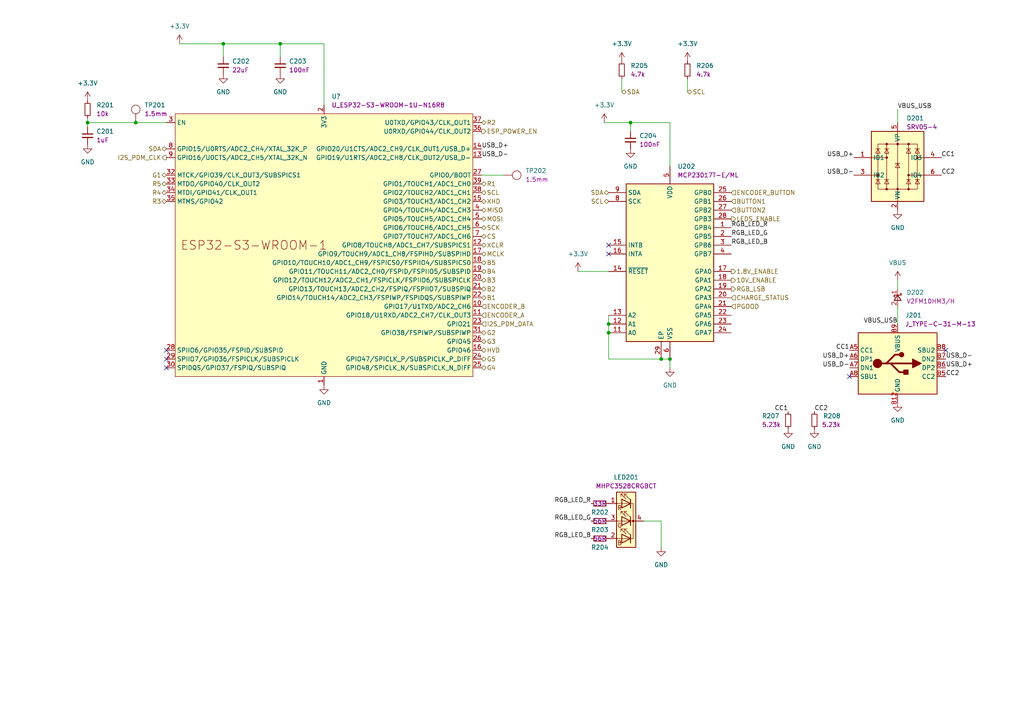
<source format=kicad_sch>
(kicad_sch (version 20230121) (generator eeschema)
  (paper "A4")
  (lib_symbols
    (symbol ".mounted-lib:C_0402_100nF_50V_X7R_10%" (pin_numbers hide)
      (property "Reference" "C?" (at 1.905 0 0))
      (property "DisplayValue" "100nF" (at 1.905 1.905 0))
      (symbol "C_0402_100nF_50V_X7R_10%_0_1"
        (polyline (pts (xy -1.524 -0.508) (xy 1.524 -0.508)) (stroke (width 0.3302)))
        (polyline (pts (xy -1.524 0.508) (xy 1.524 0.508)) (stroke (width 0.3048)))
      )
      (symbol "C_0402_100nF_50V_X7R_10%_1_1"
        (pin passive line (at 0 2.54 270) (length 2.032) (name "~") (number "1"))
        (pin passive line (at 0 -2.54 90) (length 2.032) (name "~") (number "2"))
      )
    )
    (symbol ".mounted-lib:C_0402_1uF_10V_X7R_10%" (pin_numbers hide)
      (property "Reference" "C?" (at 1.905 0 0))
      (property "DisplayValue" "1uF" (at 1.905 1.905 0))
      (symbol "C_0402_1uF_10V_X7R_10%_0_1"
        (polyline (pts (xy -1.524 -0.508) (xy 1.524 -0.508)) (stroke (width 0.3302)))
        (polyline (pts (xy -1.524 0.508) (xy 1.524 0.508)) (stroke (width 0.3048)))
      )
      (symbol "C_0402_1uF_10V_X7R_10%_1_1"
        (pin passive line (at 0 2.54 270) (length 2.032) (name "~") (number "1"))
        (pin passive line (at 0 -2.54 90) (length 2.032) (name "~") (number "2"))
      )
    )
    (symbol ".mounted-lib:C_0805_22uF_10V_XR7_20%" (pin_numbers hide)
      (property "Reference" "C?" (at 1.905 0 0))
      (property "DisplayValue" "22uF" (at 1.905 1.905 0))
      (symbol "C_0805_22uF_10V_XR7_20%_0_1"
        (polyline (pts (xy -1.524 -0.508) (xy 1.524 -0.508)) (stroke (width 0.3302)))
        (polyline (pts (xy -1.524 0.508) (xy 1.524 0.508)) (stroke (width 0.3048)))
      )
      (symbol "C_0805_22uF_10V_XR7_20%_1_1"
        (pin passive line (at 0 2.54 270) (length 2.032) (name "~") (number "1"))
        (pin passive line (at 0 -2.54 90) (length 2.032) (name "~") (number "2"))
      )
    )
    (symbol ".mounted-lib:J_TYPE-C-31-M-13"
      (property "Reference" "J?" (at -11.43 12.7 0))
      (property "DisplayValue" "J_TYPE-C-31-M-13" (at -11.43 10.16 0))
      (symbol "J_TYPE-C-31-M-13_0_1"
        (rectangle (start -11.43 8.89) (end 11.43 -8.89) (stroke (width 0.254)) (fill (type background)))
        (circle (center -5.842 0) (radius 1.27) (fill (type outline)))
        (polyline (pts (xy -5.842 0) (xy 4.318 0)) (stroke (width 0.508)))
        (polyline (pts (xy -3.302 0) (xy -0.762 2.54) (xy 0.508 2.54)) (stroke (width 0.508)))
        (polyline (pts (xy -2.032 0) (xy 0.508 -2.54) (xy 1.778 -2.54)) (stroke (width 0.508)))
        (polyline (pts (xy 4.318 1.27) (xy 6.858 0) (xy 4.318 -1.27) (xy 4.318 1.27)) (stroke (width 0.254)) (fill (type outline)))
        (circle (center 1.143 2.54) (radius 0.635) (stroke (width 0.254)) (fill (type outline)))
        (rectangle (start 1.778 -1.905) (end 3.048 -3.175) (stroke (width 0.254)) (fill (type outline)))
      )
      (symbol "J_TYPE-C-31-M-13_1_1"
        (pin passive line (at 0 -11.43 90) (length 2.54) hide (name "GND") (number "A1"))
        (pin passive line (at 0 -11.43 90) (length 2.54) hide (name "GND") (number "A12"))
        (pin passive line (at 0 11.43 270) (length 2.54) hide (name "VBUS") (number "A4"))
        (pin passive line (at -13.97 3.81 0) (length 2.54) (name "CC1") (number "A5"))
        (pin passive line (at -13.97 1.27 0) (length 2.54) (name "DP1") (number "A6"))
        (pin passive line (at -13.97 -1.27 0) (length 2.54) (name "DN1") (number "A7"))
        (pin passive line (at -13.97 -3.81 0) (length 2.54) (name "SBU1") (number "A8"))
        (pin passive line (at 0 11.43 270) (length 2.54) hide (name "VBUS") (number "A9"))
        (pin passive line (at 0 -11.43 90) (length 2.54) hide (name "GND") (number "B1"))
        (pin passive line (at 0 -11.43 90) (length 2.54) (name "GND") (number "B12"))
        (pin passive line (at 0 11.43 270) (length 2.54) hide (name "VBUS") (number "B4"))
        (pin passive line (at 13.97 -3.81 180) (length 2.54) (name "CC2") (number "B5"))
        (pin passive line (at 13.97 -1.27 180) (length 2.54) (name "DP2") (number "B6"))
        (pin passive line (at 13.97 1.27 180) (length 2.54) (name "DN2") (number "B7"))
        (pin passive line (at 13.97 3.81 180) (length 2.54) (name "SBU2") (number "B8"))
        (pin passive line (at 0 11.43 270) (length 2.54) (name "VBUS") (number "B9"))
        (pin passive line (at 0 -11.43 90) (length 2.54) hide (name "GND") (number "GND"))
      )
    )
    (symbol ".mounted-lib:LED_MHPC3528CRGBCT" (pin_names hide)
      (property "Reference" "LED?" (at -5.08 14.605 0))
      (property "DisplayValue" "MHPC3528CRGBCT" (at -5.08 10.795 0))
      (symbol "LED_MHPC3528CRGBCT_0_0"
        (text "B" (at 1.905 -6.35 0) (effects (font (size 1.27 1.27))))
        (text "G" (at 1.905 -1.27 0) (effects (font (size 1.27 1.27))))
        (text "R" (at 1.905 3.81 0) (effects (font (size 1.27 1.27))))
      )
      (symbol "LED_MHPC3528CRGBCT_0_1"
        (circle (center -2.032 0) (radius 0.254) (fill (type outline)))
        (polyline (pts (xy -1.27 -5.08) (xy 1.27 -5.08)))
        (polyline (pts (xy -1.27 -3.81) (xy -1.27 -6.35)) (stroke (width 0.254)))
        (polyline (pts (xy -1.27 0) (xy -2.54 0)))
        (polyline (pts (xy -1.27 1.27) (xy -1.27 -1.27)) (stroke (width 0.254)))
        (polyline (pts (xy -1.27 5.08) (xy 1.27 5.08)))
        (polyline (pts (xy -1.27 6.35) (xy -1.27 3.81)) (stroke (width 0.254)))
        (polyline (pts (xy 1.27 -5.08) (xy 2.54 -5.08)))
        (polyline (pts (xy 1.27 0) (xy -1.27 0)))
        (polyline (pts (xy 1.27 0) (xy 2.54 0)))
        (polyline (pts (xy 1.27 5.08) (xy 2.54 5.08)))
        (polyline (pts (xy -1.27 1.27) (xy -1.27 -1.27) (xy -1.27 -1.27)))
        (polyline (pts (xy -1.27 6.35) (xy -1.27 3.81) (xy -1.27 3.81)))
        (polyline (pts (xy -1.27 5.08) (xy -2.032 5.08) (xy -2.032 -5.08) (xy -1.016 -5.08)))
        (polyline (pts (xy 1.27 -3.81) (xy 1.27 -6.35) (xy -1.27 -5.08) (xy 1.27 -3.81)) (stroke (width 0.254)))
        (polyline (pts (xy 1.27 1.27) (xy 1.27 -1.27) (xy -1.27 0) (xy 1.27 1.27)) (stroke (width 0.254)))
        (polyline (pts (xy 1.27 6.35) (xy 1.27 3.81) (xy -1.27 5.08) (xy 1.27 6.35)) (stroke (width 0.254)))
        (polyline (pts (xy -1.016 -3.81) (xy 0.508 -2.286) (xy -0.254 -2.286) (xy 0.508 -2.286) (xy 0.508 -3.048)))
        (polyline (pts (xy -1.016 1.27) (xy 0.508 2.794) (xy -0.254 2.794) (xy 0.508 2.794) (xy 0.508 2.032)))
        (polyline (pts (xy -1.016 6.35) (xy 0.508 7.874) (xy -0.254 7.874) (xy 0.508 7.874) (xy 0.508 7.112)))
        (polyline (pts (xy 0 -3.81) (xy 1.524 -2.286) (xy 0.762 -2.286) (xy 1.524 -2.286) (xy 1.524 -3.048)))
        (polyline (pts (xy 0 1.27) (xy 1.524 2.794) (xy 0.762 2.794) (xy 1.524 2.794) (xy 1.524 2.032)))
        (polyline (pts (xy 0 6.35) (xy 1.524 7.874) (xy 0.762 7.874) (xy 1.524 7.874) (xy 1.524 7.112)))
        (rectangle (start 1.27 -1.27) (end 1.27 1.27))
        (rectangle (start 1.27 1.27) (end 1.27 1.27))
        (rectangle (start 1.27 3.81) (end 1.27 6.35))
        (rectangle (start 1.27 6.35) (end 1.27 6.35))
        (rectangle (start 1.27 6.35) (end 1.27 6.35))
        (rectangle (start 2.794 8.382) (end -2.794 -7.62) (stroke (width 0.254)) (fill (type background)))
      )
      (symbol "LED_MHPC3528CRGBCT_1_1"
        (pin passive line (at 5.08 5.08 180) (length 2.54) (name "RA") (number "1"))
        (pin passive line (at 5.08 -5.08 180) (length 2.54) (name "GA") (number "2"))
        (pin passive line (at 5.08 0 180) (length 2.54) (name "BA") (number "3"))
        (pin passive line (at -5.08 0 0) (length 2.54) (name "K") (number "4"))
      )
    )
    (symbol ".mounted-lib:R_0402_10k_1%_0.06W" (pin_numbers hide)
      (property "Reference" "R?" (at 1.27 0 0))
      (property "DisplayValue" "10k" (at 1.27 1.905 0))
      (symbol "R_0402_10k_1%_0.06W_0_1"
        (rectangle (start -0.762 1.778) (end 0.762 -1.778) (stroke (width 0.2032)))
      )
      (symbol "R_0402_10k_1%_0.06W_1_1"
        (pin passive line (at 0 2.54 270) (length 0.762) (name "~") (number "1"))
        (pin passive line (at 0 -2.54 90) (length 0.762) (name "~") (number "2"))
      )
    )
    (symbol ".mounted-lib:R_0402_33R_1%_0.06W" (pin_numbers hide)
      (property "Reference" "R?" (at 1.27 0 0))
      (property "DisplayValue" "33R" (at 1.27 1.905 0))
      (symbol "R_0402_33R_1%_0.06W_0_1"
        (rectangle (start -0.762 1.778) (end 0.762 -1.778) (stroke (width 0.2032)))
      )
      (symbol "R_0402_33R_1%_0.06W_1_1"
        (pin passive line (at 0 2.54 270) (length 0.762) (name "~") (number "1"))
        (pin passive line (at 0 -2.54 90) (length 0.762) (name "~") (number "2"))
      )
    )
    (symbol ".mounted-lib:R_0402_4.7k_1%_0.06W" (pin_numbers hide)
      (property "Reference" "R?" (at 1.27 0 0))
      (property "DisplayValue" "4.7k" (at 1.27 1.905 0))
      (symbol "R_0402_4.7k_1%_0.06W_0_1"
        (rectangle (start -0.762 1.778) (end 0.762 -1.778) (stroke (width 0.2032)))
      )
      (symbol "R_0402_4.7k_1%_0.06W_1_1"
        (pin passive line (at 0 2.54 270) (length 0.762) (name "~") (number "1"))
        (pin passive line (at 0 -2.54 90) (length 0.762) (name "~") (number "2"))
      )
    )
    (symbol ".mounted-lib:R_0402_5.23k_1%_0.06W" (pin_numbers hide)
      (property "Reference" "R?" (at 1.27 0 0))
      (property "DisplayValue" "5.23k" (at 1.27 1.905 0))
      (symbol "R_0402_5.23k_1%_0.06W_0_1"
        (rectangle (start -0.762 1.778) (end 0.762 -1.778) (stroke (width 0.2032)))
      )
      (symbol "R_0402_5.23k_1%_0.06W_1_1"
        (pin passive line (at 0 2.54 270) (length 0.762) (name "~") (number "1"))
        (pin passive line (at 0 -2.54 90) (length 0.762) (name "~") (number "2"))
      )
    )
    (symbol ".mounted-lib:TESTPOINT_1.5MM" (in_bom no)
      (property "Reference" "TP" (at 0 2.54 0))
      (property "DisplayValue" "1.5mm" (at 0 -2.54 0))
      (symbol "TESTPOINT_1.5MM_0_1"
        (circle (center 0 0) (radius 1.27))
      )
      (symbol "TESTPOINT_1.5MM_1_1"
        (pin passive line (at 3.81 0 180) (length 2.54) (name "~") (number "1"))
      )
    )
    (symbol ".mounted-lib:U_ESP32-S3-WROOM-1U-N16R8"
      (property "Reference" "U1" (at 2.1941 43.18 0))
      (property "DisplayValue" "U_ESP32-S3-WROOM-1U-N16R8" (at 2.1941 40.64 0))
      (symbol "U_ESP32-S3-WROOM-1U-N16R8_0_0"
        (text "ESP32-S3-WROOM-1" (at -20.32 0 0) (effects (font (size 2.54 2.54))))
        (pin power_in line (at 0 -40.64 90) (length 2.54) (name "GND") (number "1"))
        (pin bidirectional line (at 45.72 -17.78 180) (length 2.54) (name "GPIO17/U1TXD/ADC2_CH6") (number "10"))
        (pin bidirectional line (at 45.72 -20.32 180) (length 2.54) (name "GPIO18/U1RXD/ADC2_CH7/CLK_OUT3") (number "11"))
        (pin bidirectional line (at 45.72 0 180) (length 2.54) (name "GPIO8/TOUCH8/ADC1_CH7/SUBSPICS1") (number "12"))
        (pin bidirectional line (at 45.72 25.4 180) (length 2.54) (name "GPIO19/U1RTS/ADC2_CH8/CLK_OUT2/USB_D-") (number "13"))
        (pin bidirectional line (at 45.72 27.94 180) (length 2.54) (name "GPIO20/U1CTS/ADC2_CH9/CLK_OUT1/USB_D+") (number "14"))
        (pin bidirectional line (at 45.72 12.7 180) (length 2.54) (name "GPIO3/TOUCH3/ADC1_CH2") (number "15"))
        (pin bidirectional line (at 45.72 -30.48 180) (length 2.54) (name "GPIO46") (number "16"))
        (pin bidirectional line (at 45.72 -2.54 180) (length 2.54) (name "GPIO9/TOUCH9/ADC1_CH8/FSPIHD/SUBSPIHD") (number "17"))
        (pin bidirectional line (at 45.72 -5.08 180) (length 2.54) (name "GPIO10/TOUCH10/ADC1_CH9/FSPICS0/FSPIIO4/SUBSPICS0") (number "18"))
        (pin bidirectional line (at 45.72 -7.62 180) (length 2.54) (name "GPIO11/TOUCH11/ADC2_CH0/FSPID/FSPIIO5/SUBSPID") (number "19"))
        (pin power_in line (at 0 40.64 270) (length 2.54) (name "3V3") (number "2"))
        (pin bidirectional line (at 45.72 -10.16 180) (length 2.54) (name "GPIO12/TOUCH12/ADC2_CH1/FSPICLK/FSPIIO6/SUBSPICLK") (number "20"))
        (pin bidirectional line (at 45.72 -12.7 180) (length 2.54) (name "GPIO13/TOUCH13/ADC2_CH2/FSPIQ/FSPIIO7/SUBSPIQ") (number "21"))
        (pin bidirectional line (at 45.72 -15.24 180) (length 2.54) (name "GPIO14/TOUCH14/ADC2_CH3/FSPIWP/FSPIDQS/SUBSPIWP") (number "22"))
        (pin bidirectional line (at 45.72 -22.86 180) (length 2.54) (name "GPIO21") (number "23"))
        (pin bidirectional line (at 45.72 -33.02 180) (length 2.54) (name "GPIO47/SPICLK_P/SUBSPICLK_P_DIFF") (number "24"))
        (pin bidirectional line (at 45.72 -35.56 180) (length 2.54) (name "GPIO48/SPICLK_N/SUBSPICLK_N_DIFF") (number "25"))
        (pin bidirectional line (at 45.72 -27.94 180) (length 2.54) (name "GPIO45") (number "26"))
        (pin bidirectional line (at 45.72 20.32 180) (length 2.54) (name "GPIO0/BOOT") (number "27"))
        (pin bidirectional line (at -45.72 -30.48 0) (length 2.54) (name "SPIIO6/GPIO35/FSPID/SUBSPID") (number "28"))
        (pin bidirectional line (at -45.72 -33.02 0) (length 2.54) (name "SPIIO7/GPIO36/FSPICLK/SUBSPICLK") (number "29"))
        (pin input line (at -45.72 35.56 0) (length 2.54) (name "EN") (number "3"))
        (pin bidirectional line (at -45.72 -35.56 0) (length 2.54) (name "SPIDQS/GPIO37/FSPIQ/SUBSPIQ") (number "30"))
        (pin bidirectional line (at 45.72 -25.4 180) (length 2.54) (name "GPIO38/FSPIWP/SUBSPIWP") (number "31"))
        (pin bidirectional line (at -45.72 20.32 0) (length 2.54) (name "MTCK/GPIO39/CLK_OUT3/SUBSPICS1") (number "32"))
        (pin bidirectional line (at -45.72 17.78 0) (length 2.54) (name "MTDO/GPIO40/CLK_OUT2") (number "33"))
        (pin bidirectional line (at -45.72 15.24 0) (length 2.54) (name "MTDI/GPIO41/CLK_OUT1") (number "34"))
        (pin bidirectional line (at -45.72 12.7 0) (length 2.54) (name "MTMS/GPIO42") (number "35"))
        (pin bidirectional line (at 45.72 33.02 180) (length 2.54) (name "U0RXD/GPIO44/CLK_OUT2") (number "36"))
        (pin bidirectional line (at 45.72 35.56 180) (length 2.54) (name "U0TXD/GPIO43/CLK_OUT1") (number "37"))
        (pin bidirectional line (at 45.72 15.24 180) (length 2.54) (name "GPIO2/TOUCH2/ADC1_CH1") (number "38"))
        (pin bidirectional line (at 45.72 17.78 180) (length 2.54) (name "GPIO1/TOUCH1/ADC1_CH0") (number "39"))
        (pin bidirectional line (at 45.72 10.16 180) (length 2.54) (name "GPIO4/TOUCH4/ADC1_CH3") (number "4"))
        (pin passive line (at 0 -40.64 90) (length 2.54) hide (name "GND") (number "40"))
        (pin passive line (at 0 -40.64 90) (length 2.54) hide (name "GND") (number "41"))
        (pin bidirectional line (at 45.72 7.62 180) (length 2.54) (name "GPIO5/TOUCH5/ADC1_CH4") (number "5"))
        (pin bidirectional line (at 45.72 5.08 180) (length 2.54) (name "GPIO6/TOUCH6/ADC1_CH5") (number "6"))
        (pin bidirectional line (at 45.72 2.54 180) (length 2.54) (name "GPIO7/TOUCH7/ADC1_CH6") (number "7"))
        (pin bidirectional line (at -45.72 27.94 0) (length 2.54) (name "GPIO15/U0RTS/ADC2_CH4/XTAL_32K_P") (number "8"))
        (pin bidirectional line (at -45.72 25.4 0) (length 2.54) (name "GPIO16/U0CTS/ADC2_CH5/XTAL_32K_N") (number "9"))
      )
      (symbol "U_ESP32-S3-WROOM-1U-N16R8_0_1"
        (rectangle (start -43.18 38.1) (end 43.18 -38.1) (fill (type background)))
      )
    )
    (symbol ".mounted-lib:U_MCP23017T-E/ML"
      (property "Reference" "U?" (at 3.81 24.13 0))
      (property "DisplayValue" "MCP23017T-E/ML" (at 3.81 21.59 0))
      (symbol "U_MCP23017T-E/ML_0_1"
        (rectangle (start -12.7 20.32) (end 12.7 -25.4) (stroke (width 0.254)) (fill (type background)))
      )
      (symbol "U_MCP23017T-E/ML_1_1"
        (pin bidirectional line (at 17.78 7.62 180) (length 5.08) (name "GPB4") (number "1"))
        (pin no_connect line (at -17.78 10.16 0) (length 5.08) hide (name "NC") (number "10"))
        (pin input line (at -17.78 -22.86 0) (length 5.08) (name "A0") (number "11"))
        (pin input line (at -17.78 -20.32 0) (length 5.08) (name "A1") (number "12"))
        (pin input line (at -17.78 -17.78 0) (length 5.08) (name "A2") (number "13"))
        (pin input line (at -17.78 -5.08 0) (length 5.08) (name "~{RESET}") (number "14"))
        (pin tri_state line (at -17.78 2.54 0) (length 5.08) (name "INTB") (number "15"))
        (pin tri_state line (at -17.78 0 0) (length 5.08) (name "INTA") (number "16"))
        (pin bidirectional line (at 17.78 -5.08 180) (length 5.08) (name "GPA0") (number "17"))
        (pin bidirectional line (at 17.78 -7.62 180) (length 5.08) (name "GPA1") (number "18"))
        (pin bidirectional line (at 17.78 -10.16 180) (length 5.08) (name "GPA2") (number "19"))
        (pin bidirectional line (at 17.78 5.08 180) (length 5.08) (name "GPB5") (number "2"))
        (pin bidirectional line (at 17.78 -12.7 180) (length 5.08) (name "GPA3") (number "20"))
        (pin bidirectional line (at 17.78 -15.24 180) (length 5.08) (name "GPA4") (number "21"))
        (pin bidirectional line (at 17.78 -17.78 180) (length 5.08) (name "GPA5") (number "22"))
        (pin bidirectional line (at 17.78 -20.32 180) (length 5.08) (name "GPA6") (number "23"))
        (pin bidirectional line (at 17.78 -22.86 180) (length 5.08) (name "GPA7") (number "24"))
        (pin bidirectional line (at 17.78 17.78 180) (length 5.08) (name "GPB0") (number "25"))
        (pin bidirectional line (at 17.78 15.24 180) (length 5.08) (name "GPB1") (number "26"))
        (pin bidirectional line (at 17.78 12.7 180) (length 5.08) (name "GPB2") (number "27"))
        (pin bidirectional line (at 17.78 10.16 180) (length 5.08) (name "GPB3") (number "28"))
        (pin passive line (at -2.54 -30.48 90) (length 5.08) (name "EP") (number "29"))
        (pin bidirectional line (at 17.78 2.54 180) (length 5.08) (name "GPB6") (number "3"))
        (pin bidirectional line (at 17.78 0 180) (length 5.08) (name "GPB7") (number "4"))
        (pin power_in line (at 0 25.4 270) (length 5.08) (name "VDD") (number "5"))
        (pin power_in line (at 0 -30.48 90) (length 5.08) (name "VSS") (number "6"))
        (pin no_connect line (at -17.78 12.7 0) (length 5.08) hide (name "NC") (number "7"))
        (pin input line (at -17.78 15.24 0) (length 5.08) (name "SCK") (number "8"))
        (pin bidirectional line (at -17.78 17.78 0) (length 5.08) (name "SDA") (number "9"))
      )
    )
    (symbol "D_SRV05-4_1"
      (property "Reference" "D?" (at 1.27 6.35 0))
      (property "DisplayValue" "SRV05-4" (at 10.16 -7.62 0))
      (symbol "D_SRV05-4_1_0_0"
        (rectangle (start -5.715 6.477) (end 5.715 -6.604))
        (polyline (pts (xy -3.175 -6.604) (xy -3.175 6.477)))
        (polyline (pts (xy 3.175 6.477) (xy 3.175 -6.604)))
      )
      (symbol "D_SRV05-4_1_0_1"
        (rectangle (start -7.62 10.16) (end 7.62 -10.16) (stroke (width 0.254)) (fill (type background)))
        (circle (center -5.715 -2.54) (radius 0.2794) (fill (type outline)))
        (circle (center -3.175 -6.604) (radius 0.2794) (fill (type outline)))
        (circle (center -3.175 2.54) (radius 0.2794) (fill (type outline)))
        (circle (center -3.175 6.477) (radius 0.2794) (fill (type outline)))
        (circle (center 0 -6.604) (radius 0.2794) (fill (type outline)))
        (polyline (pts (xy -7.747 2.54) (xy -3.175 2.54)))
        (polyline (pts (xy -7.62 -2.54) (xy -5.715 -2.54)))
        (polyline (pts (xy -5.08 -3.81) (xy -6.35 -3.81)))
        (polyline (pts (xy -5.08 5.08) (xy -6.35 5.08)))
        (polyline (pts (xy -2.54 -3.81) (xy -3.81 -3.81)))
        (polyline (pts (xy -2.54 5.08) (xy -3.81 5.08)))
        (polyline (pts (xy 0 10.16) (xy 0 -10.16)))
        (polyline (pts (xy 3.81 -3.81) (xy 2.54 -3.81)))
        (polyline (pts (xy 3.81 5.08) (xy 2.54 5.08)))
        (polyline (pts (xy 6.35 -3.81) (xy 5.08 -3.81)))
        (polyline (pts (xy 6.35 5.08) (xy 5.08 5.08)))
        (polyline (pts (xy 7.62 -2.54) (xy 3.175 -2.54)))
        (polyline (pts (xy 7.62 2.54) (xy 5.715 2.54)))
        (polyline (pts (xy 0.635 0.889) (xy -0.635 0.889) (xy -0.635 0.635)))
        (polyline (pts (xy -5.08 -5.08) (xy -6.35 -5.08) (xy -5.715 -3.81) (xy -5.08 -5.08)))
        (polyline (pts (xy -5.08 3.81) (xy -6.35 3.81) (xy -5.715 5.08) (xy -5.08 3.81)))
        (polyline (pts (xy -2.54 -5.08) (xy -3.81 -5.08) (xy -3.175 -3.81) (xy -2.54 -5.08)))
        (polyline (pts (xy -2.54 3.81) (xy -3.81 3.81) (xy -3.175 5.08) (xy -2.54 3.81)))
        (polyline (pts (xy 0.635 -0.381) (xy -0.635 -0.381) (xy 0 0.889) (xy 0.635 -0.381)))
        (polyline (pts (xy 3.81 -5.08) (xy 2.54 -5.08) (xy 3.175 -3.81) (xy 3.81 -5.08)))
        (polyline (pts (xy 3.81 3.81) (xy 2.54 3.81) (xy 3.175 5.08) (xy 3.81 3.81)))
        (polyline (pts (xy 6.35 -5.08) (xy 5.08 -5.08) (xy 5.715 -3.81) (xy 6.35 -5.08)))
        (polyline (pts (xy 6.35 3.81) (xy 5.08 3.81) (xy 5.715 5.08) (xy 6.35 3.81)))
        (circle (center 0 6.477) (radius 0.2794) (fill (type outline)))
        (circle (center 3.175 -6.604) (radius 0.2794) (fill (type outline)))
        (circle (center 3.175 -2.54) (radius 0.2794) (fill (type outline)))
        (circle (center 3.175 6.477) (radius 0.2794) (fill (type outline)))
        (circle (center 5.715 2.54) (radius 0.2794) (fill (type outline)))
      )
      (symbol "D_SRV05-4_1_1_1"
        (pin passive line (at -12.7 2.54 0) (length 5.08) (name "IO1") (number "1"))
        (pin passive line (at 0 -12.7 90) (length 2.54) (name "VN") (number "2"))
        (pin passive line (at -12.7 -2.54 0) (length 5.08) (name "IO2") (number "3"))
        (pin passive line (at 12.7 2.54 180) (length 5.08) (name "IO3") (number "4"))
        (pin passive line (at 0 12.7 270) (length 2.54) (name "VP") (number "5"))
        (pin passive line (at 12.7 -2.54 180) (length 5.08) (name "IO4") (number "6"))
      )
    )
    (symbol "D_V2FM10HM3{slash}H_1" (pin_names hide)
      (property "Reference" "D?" (at 0 2.54 0))
      (property "DisplayValue" "V2FM10HM3/H" (at 0 -2.54 0))
      (symbol "D_V2FM10HM3{slash}H_1_0_1"
        (polyline (pts (xy -0.762 0) (xy 0.762 0)))
        (polyline (pts (xy 0.762 -1.016) (xy -0.762 0) (xy 0.762 1.016) (xy 0.762 -1.016)) (stroke (width 0.254)))
        (polyline (pts (xy -1.27 0.762) (xy -1.27 1.016) (xy -0.762 1.016) (xy -0.762 -1.016) (xy -0.254 -1.016) (xy -0.254 -0.762)) (stroke (width 0.254)))
      )
      (symbol "D_V2FM10HM3{slash}H_1_1_1"
        (pin passive line (at -2.54 0 0) (length 1.778) (name "K") (number "1"))
        (pin passive line (at 2.54 0 180) (length 1.778) (name "A") (number "2"))
      )
    )
    (symbol "R_0402_56R_1%_0.06W_1" (pin_numbers hide)
      (property "Reference" "R?" (at 1.27 0 0))
      (property "DisplayValue" "56R" (at 1.27 1.905 0))
      (symbol "R_0402_56R_1%_0.06W_1_0_1"
        (rectangle (start -0.762 1.778) (end 0.762 -1.778) (stroke (width 0.2032)))
      )
      (symbol "R_0402_56R_1%_0.06W_1_1_1"
        (pin passive line (at 0 2.54 270) (length 0.762) (name "~") (number "1"))
        (pin passive line (at 0 -2.54 90) (length 0.762) (name "~") (number "2"))
      )
    )
    (symbol "power:+3.3V" (power) (pin_names (offset 0))
      (property "Value" "+3.3V" (at 0 3.556 0))
      (symbol "+3.3V_0_1"
        (polyline (pts (xy -0.762 1.27) (xy 0 2.54)))
        (polyline (pts (xy 0 0) (xy 0 2.54)))
        (polyline (pts (xy 0 2.54) (xy 0.762 1.27)))
      )
      (symbol "+3.3V_1_1"
        (pin power_in line (at 0 0 90) (length 0) hide (name "+3.3V") (number "1"))
      )
    )
    (symbol "power:GND" (power) (pin_names (offset 0))
      (property "Value" "GND" (at 0 -3.81 0))
      (symbol "GND_0_1"
        (polyline (pts (xy 0 0) (xy 0 -1.27) (xy 1.27 -1.27) (xy 0 -2.54) (xy -1.27 -1.27) (xy 0 -1.27)))
      )
      (symbol "GND_1_1"
        (pin power_in line (at 0 0 270) (length 0) hide (name "GND") (number "1"))
      )
    )
    (symbol "power:VBUS" (power) (pin_names (offset 0))
      (property "Value" "VBUS" (at 0 3.81 0))
      (symbol "VBUS_0_1"
        (polyline (pts (xy -0.762 1.27) (xy 0 2.54)))
        (polyline (pts (xy 0 0) (xy 0 2.54)))
        (polyline (pts (xy 0 2.54) (xy 0.762 1.27)))
      )
      (symbol "VBUS_1_1"
        (pin power_in line (at 0 0 90) (length 0) hide (name "VBUS") (number "1"))
      )
    )
  )
  (junction (at 182.88 35.56))
  (junction (at 194.31 104.14))
  (junction (at 176.53 93.98))
  (junction (at 81.28 12.7))
  (junction (at 191.77 104.14))
  (junction (at 25.4 35.56))
  (junction (at 39.37 35.56))
  (junction (at 176.53 96.52))
  (junction (at 64.77 12.7))
  (no_connect (at 246.38 109.22))
  (no_connect (at 48.26 101.6))
  (no_connect (at 48.26 106.68))
  (no_connect (at 176.53 71.12))
  (no_connect (at 274.32 101.6))
  (no_connect (at 176.53 73.66))
  (no_connect (at 48.26 104.14))
  (wire (pts (xy 25.4 35.56) (xy 39.37 35.56)))
  (wire (pts (xy 260.35 88.9) (xy 260.35 93.98)))
  (wire (pts (xy 194.31 35.56) (xy 194.31 48.26)))
  (wire (pts (xy 93.98 12.7) (xy 93.98 30.48)))
  (wire (pts (xy 146.05 50.8) (xy 139.7 50.8)))
  (wire (pts (xy 186.69 151.13) (xy 191.77 151.13)))
  (wire (pts (xy 176.53 93.98) (xy 176.53 91.44)))
  (wire (pts (xy 199.39 26.67) (xy 199.39 22.86)))
  (wire (pts (xy 167.64 78.74) (xy 176.53 78.74)))
  (wire (pts (xy 81.28 16.51) (xy 81.28 12.7)))
  (wire (pts (xy 260.35 31.75) (xy 260.35 35.56)))
  (wire (pts (xy 25.4 35.56) (xy 25.4 36.83)))
  (wire (pts (xy 260.35 81.28) (xy 260.35 83.82)))
  (wire (pts (xy 191.77 151.13) (xy 191.77 158.75)))
  (wire (pts (xy 64.77 16.51) (xy 64.77 12.7)))
  (wire (pts (xy 182.88 35.56) (xy 194.31 35.56)))
  (wire (pts (xy 52.07 12.7) (xy 64.77 12.7)))
  (wire (pts (xy 81.28 12.7) (xy 93.98 12.7)))
  (wire (pts (xy 175.26 35.56) (xy 182.88 35.56)))
  (wire (pts (xy 194.31 104.14) (xy 191.77 104.14)))
  (wire (pts (xy 39.37 35.56) (xy 48.26 35.56)))
  (wire (pts (xy 180.34 26.67) (xy 180.34 22.86)))
  (wire (pts (xy 64.77 12.7) (xy 81.28 12.7)))
  (wire (pts (xy 191.77 104.14) (xy 176.53 104.14)))
  (wire (pts (xy 176.53 96.52) (xy 176.53 93.98)))
  (wire (pts (xy 176.53 104.14) (xy 176.53 96.52)))
  (wire (pts (xy 25.4 34.29) (xy 25.4 35.56)))
  (wire (pts (xy 194.31 106.68) (xy 194.31 104.14)))
  (wire (pts (xy 182.88 38.1) (xy 182.88 35.56)))
  (label "CC1" (at 273.05 45.72 0))
  (label "CC1" (at 228.6 119.38 180))
  (label "CC2" (at 273.05 50.8 0))
  (label "CC2" (at 274.32 109.22 0))
  (label "USB_D+" (at 247.65 45.72 180))
  (label "USB_D-" (at 139.7 45.72 0))
  (label "USB_D+" (at 246.38 104.14 180))
  (label "USB_D-" (at 246.38 106.68 180))
  (label "VBUS_USB" (at 260.35 31.75 0))
  (label "USB_D-" (at 247.65 50.8 180))
  (label "CC1" (at 246.38 101.6 180))
  (label "USB_D+" (at 274.32 106.68 0))
  (label "VBUS_USB" (at 260.35 93.98 180))
  (label "CC2" (at 236.22 119.38 0))
  (label "RGB_LED_R" (at 171.45 146.05 180))
  (label "RGB_LED_G" (at 171.45 151.13 180))
  (label "RGB_LED_R" (at 212.09 66.04 0))
  (label "RGB_LED_B" (at 212.09 71.12 0))
  (label "RGB_LED_G" (at 212.09 68.58 0))
  (label "USB_D-" (at 274.32 104.14 0))
  (label "RGB_LED_B" (at 171.45 156.21 180))
  (label "USB_D+" (at 139.7 43.18 0))
  (hierarchical_label "G2" (shape bidirectional) (at 139.7 96.52 0))
  (hierarchical_label "MISO" (shape bidirectional) (at 139.7 60.96 0))
  (hierarchical_label "XHD" (shape bidirectional) (at 139.7 58.42 0))
  (hierarchical_label "RGB_LSB" (shape output) (at 212.09 83.82 0))
  (hierarchical_label "SDA" (shape bidirectional) (at 48.26 43.18 180))
  (hierarchical_label "I2S_PDM_DATA" (shape input) (at 139.7 93.98 0))
  (hierarchical_label "B2" (shape bidirectional) (at 139.7 83.82 0))
  (hierarchical_label "B3" (shape bidirectional) (at 139.7 81.28 0))
  (hierarchical_label "R5" (shape bidirectional) (at 48.26 53.34 180))
  (hierarchical_label "R2" (shape bidirectional) (at 139.7 35.56 0))
  (hierarchical_label "R4" (shape bidirectional) (at 48.26 55.88 180))
  (hierarchical_label "XCLR" (shape bidirectional) (at 139.7 71.12 0))
  (hierarchical_label "ENCODER_A" (shape input) (at 139.7 91.44 0))
  (hierarchical_label "SDA" (shape bidirectional) (at 176.53 55.88 180))
  (hierarchical_label "SCL" (shape bidirectional) (at 199.39 26.67 0))
  (hierarchical_label "SCL" (shape bidirectional) (at 139.7 55.88 0))
  (hierarchical_label "G4" (shape bidirectional) (at 139.7 106.68 0))
  (hierarchical_label "B1" (shape bidirectional) (at 139.7 86.36 0))
  (hierarchical_label "SCK" (shape bidirectional) (at 139.7 66.04 0))
  (hierarchical_label "R1" (shape bidirectional) (at 139.7 53.34 0))
  (hierarchical_label "G1" (shape bidirectional) (at 48.26 50.8 180))
  (hierarchical_label "I2S_PDM_CLK" (shape output) (at 48.26 45.72 180))
  (hierarchical_label "SDA" (shape bidirectional) (at 180.34 26.67 0))
  (hierarchical_label "SCL" (shape bidirectional) (at 176.53 58.42 180))
  (hierarchical_label "G5" (shape bidirectional) (at 139.7 104.14 0))
  (hierarchical_label "MOSI" (shape bidirectional) (at 139.7 63.5 0))
  (hierarchical_label "G3" (shape bidirectional) (at 139.7 99.06 0))
  (hierarchical_label "ENCODER_B" (shape input) (at 139.7 88.9 0))
  (hierarchical_label "ESP_POWER_EN" (shape output) (at 139.7 38.1 0))
  (hierarchical_label "10V_ENABLE" (shape output) (at 212.09 81.28 0))
  (hierarchical_label "ENCODER_BUTTON" (shape input) (at 212.09 55.88 0))
  (hierarchical_label "CS" (shape bidirectional) (at 139.7 68.58 0))
  (hierarchical_label "B5" (shape bidirectional) (at 139.7 76.2 0))
  (hierarchical_label "PGOOD" (shape input) (at 212.09 88.9 0))
  (hierarchical_label "MCLK" (shape bidirectional) (at 139.7 73.66 0))
  (hierarchical_label "CHARGE_STATUS" (shape input) (at 212.09 86.36 0))
  (hierarchical_label "1.8V_ENABLE" (shape output) (at 212.09 78.74 0))
  (hierarchical_label "B4" (shape bidirectional) (at 139.7 78.74 0))
  (hierarchical_label "LEDS_ENABLE" (shape output) (at 212.09 63.5 0))
  (hierarchical_label "BUTTON1" (shape input) (at 212.09 58.42 0))
  (hierarchical_label "BUTTON2" (shape input) (at 212.09 60.96 0))
  (hierarchical_label "R3" (shape bidirectional) (at 48.26 58.42 180))
  (hierarchical_label "HVD" (shape bidirectional) (at 139.7 101.6 0))
  (symbol (lib_name "D_V2FM10HM3{slash}H_1") (lib_id ".mounted-lib:D_V2FM10HM3{slash}H") (at 260.35 86.36 270) (unit 1)
    (property "Reference" "D202" (at 262.89 84.836 90) (effects (justify left)))
    (property "Value" "D_V2FM10HM3/H" (effects hide))
    (property "Footprint" ".mounted-lib:D_SMF_VISHAY" (effects hide))
    (property "Datasheet" "https://www.vishay.com/docs/87562/v2fm10.pdf" (effects hide))
    (property "Manufacturer" "VISHAY" (effects hide))
    (property "MPN" "V2FM10HM3/H" (effects hide))
    (property "DisplayValue" "V2FM10HM3/H" (at 262.89 87.376 90) (effects (justify left)))
    (property "CMP_ID" "1052" (effects hide))
    (property "Category" "DIODE" (effects hide))
    (property "Family" "SCHOTTKY" (effects hide))
    (property "_Created" "JCN 2022-05-12" (effects hide))
    (property "_Checked" "MAR 2022-05-18" (effects hide))
    (property "Mount" "SMD" (effects hide))
    (property "Package" "SMF" (effects hide))
    (property "TempMin_C" "-40°C" (effects hide))
    (property "TempMax_C" "175°C" (effects hide))
    (property "Automotive" "N" (effects hide))
    (property "MaxHeight_mm" "1.08mm" (effects hide))
  )
  (symbol (lib_id "power:+3.3V") (at 199.39 17.78 0) (unit 1)
    (property "Reference" "#PWR0213" (effects hide))
    (property "Value" "+3.3V" (at 199.39 12.7 0))
  )
  (symbol (lib_id ".mounted-lib:C_0402_100nF_50V_X7R_10%") (at 182.88 40.64 0) (unit 1)
    (property "Reference" "C204" (at 185.42 39.3763 0) (effects (justify left)))
    (property "Value" "C_0603_100nF_100V_X7R_10%" (effects hide))
    (property "Footprint" ".mounted-lib:C_0402_1005Metric" (effects hide))
    (property "Datasheet" "http://127.0.0.1" (effects hide))
    (property "DisplayValue" "100nF" (at 185.42 41.9163 0) (effects (justify left)))
    (property "CMP_ID" "1062" (effects hide))
    (property "Category" "CAPACITOR" (effects hide))
    (property "Family" "MLCC" (effects hide))
    (property "_Created" "LTT 2022-05-11" (effects hide))
    (property "_Checked" "MAR 2022-05-18" (effects hide))
    (property "Mount" "SMD" (effects hide))
    (property "Package" "C0603" (effects hide))
    (property "TempMin_C" "-55°C" (effects hide))
    (property "TempMax_C" "125°C" (effects hide))
    (property "Automotive" "N" (effects hide))
    (property "MaxHeight_mm" "0.5mm" (effects hide))
    (property "Voltage" "50V" (effects hide))
    (property "Dielectric" "X7R" (effects hide))
    (property "Tolerance" "10%" (effects hide))
  )
  (symbol (lib_id ".mounted-lib:LED_MHPC3528CRGBCT") (at 181.61 151.13 0) (mirror y) (unit 1)
    (property "Reference" "LED201" (at 181.61 138.43 0))
    (property "Value" "LED_MHPC3528CRGBCT" (effects hide))
    (property "Footprint" ".mounted-lib:LED_MHPC3528CRGBCT" (effects hide))
    (property "Datasheet" "https://datasheet.lcsc.com/lcsc/2202141600_MEIHUA-MHPC3528CRGBCT_C2962096.pdf" (effects hide))
    (property "Manufacturer" "MEIHUA" (effects hide))
    (property "MPN" "MHPC3528CRGBCT" (effects hide))
    (property "DisplayValue" "MHPC3528CRGBCT" (at 181.61 140.97 0))
    (property "CMP_ID" "1093" (effects hide))
    (property "Category" "DIODE" (effects hide))
    (property "Family" "LED RGB" (effects hide))
    (property "_Created" "JCN 2023-11-22" (effects hide))
    (property "Mount" "SMD" (effects hide))
    (property "Package" "SMD3528" (effects hide))
    (property "TempMin_C" "-40°C" (effects hide))
    (property "TempMax_C" "+85°C" (effects hide))
    (property "Automotive" "N" (effects hide))
    (property "MaxHeight_mm" "1.85mm" (effects hide))
  )
  (symbol (lib_id "power:GND") (at 191.77 158.75 0) (unit 1)
    (property "Reference" "#PWR0211" (effects hide))
    (property "Value" "GND" (at 191.77 163.83 0))
  )
  (symbol (lib_id "power:GND") (at 260.35 116.84 0) (unit 1)
    (property "Reference" "#PWR0218" (effects hide))
    (property "Value" "GND" (at 260.35 121.92 0))
  )
  (symbol (lib_id "power:GND") (at 25.4 41.91 0) (unit 1)
    (property "Reference" "#PWR0202" (effects hide))
    (property "Value" "GND" (at 25.4 46.99 0))
  )
  (symbol (lib_id "power:GND") (at 228.6 124.46 0) (unit 1)
    (property "Reference" "#PWR0214" (effects hide))
    (property "Value" "GND" (at 228.6 129.54 0))
  )
  (symbol (lib_id ".mounted-lib:TESTPOINT_1.5MM") (at 39.37 31.75 270) (unit 1) (in_bom no)
    (property "Reference" "TP201" (at 41.91 30.48 90) (effects (justify left)))
    (property "Value" "TESTPOINT_1.5MM" (effects hide))
    (property "Footprint" ".mounted-lib:TESTPOINT_1.5MM" (effects hide))
    (property "Datasheet" "http://127.0.0.1" (effects hide))
    (property "DisplayValue" "1.5mm" (at 41.91 33.02 90) (effects (justify left)))
    (property "_Created" "JCN 2022-08-04" (effects hide))
    (property "Category" "TEST POINT" (effects hide))
    (property "Family" "Exposed copper" (effects hide))
  )
  (symbol (lib_id "power:GND") (at 194.31 106.68 0) (unit 1)
    (property "Reference" "#PWR0212" (effects hide))
    (property "Value" "GND" (at 194.31 111.76 0))
  )
  (symbol (lib_id "power:+3.3V") (at 52.07 12.7 0) (unit 1)
    (property "Reference" "#PWR0203" (effects hide))
    (property "Value" "+3.3V" (at 52.07 7.62 0))
  )
  (symbol (lib_id ".mounted-lib:R_0402_5.23k_1%_0.06W") (at 228.6 121.92 0) (unit 1)
    (property "Reference" "R207" (at 220.98 120.65 0) (effects (justify left)))
    (property "Value" "R_0603_5.23k_1%_0.1W" (effects hide))
    (property "Footprint" ".mounted-lib:R_0402_1005Metric" (effects hide))
    (property "Datasheet" "http://127.0.0.1" (effects hide))
    (property "DisplayValue" "5.23k" (at 220.98 123.19 0) (effects (justify left)))
    (property "CMP_ID" "1072" (effects hide))
    (property "Category" "RESISTOR" (effects hide))
    (property "Family" "THICK FILM" (effects hide))
    (property "_Created" "JCN 2023-11-12" (effects hide))
    (property "Mount" "SMD" (effects hide))
    (property "Package" "R0402" (effects hide))
    (property "TempMin_C" "-55°C" (effects hide))
    (property "TempMax_C" "155°C" (effects hide))
    (property "Automotive" "Y" (effects hide))
    (property "MaxHeight_mm" "0.35mm" (effects hide))
    (property "Tolerance" "1%" (effects hide))
    (property "Power_W" "0.06W" (effects hide))
  )
  (symbol (lib_id ".mounted-lib:TESTPOINT_1.5MM") (at 149.86 50.8 180) (unit 1) (in_bom no)
    (property "Reference" "TP202" (at 152.4 49.53 0) (effects (justify right)))
    (property "Value" "TESTPOINT_1.5MM" (effects hide))
    (property "Footprint" ".mounted-lib:TESTPOINT_1.5MM" (effects hide))
    (property "Datasheet" "http://127.0.0.1" (effects hide))
    (property "DisplayValue" "1.5mm" (at 152.4 52.07 0) (effects (justify right)))
    (property "_Created" "JCN 2022-08-04" (effects hide))
    (property "Category" "TEST POINT" (effects hide))
    (property "Family" "Exposed copper" (effects hide))
  )
  (symbol (lib_id "power:+3.3V") (at 180.34 17.78 0) (unit 1)
    (property "Reference" "#PWR0209" (effects hide))
    (property "Value" "+3.3V" (at 180.34 12.7 0))
  )
  (symbol (lib_id "power:GND") (at 236.22 124.46 0) (unit 1)
    (property "Reference" "#PWR0215" (effects hide))
    (property "Value" "GND" (at 236.22 129.54 0))
  )
  (symbol (lib_id ".mounted-lib:R_0402_33R_1%_0.06W") (at 173.99 146.05 90) (unit 1)
    (property "Reference" "R202" (at 173.99 148.59 90))
    (property "Value" "R_0402_33R_1%_0.06W" (effects hide))
    (property "Footprint" ".mounted-lib:R_0402_1005Metric" (effects hide))
    (property "Datasheet" "http://127.0.0.1" (effects hide))
    (property "DisplayValue" "33R" (at 173.99 146.05 90))
    (property "CMP_ID" "1091" (effects hide))
    (property "Category" "RESISTOR" (effects hide))
    (property "Family" "THICK FILM" (effects hide))
    (property "_Created" "JCN 2023-11-12" (effects hide))
    (property "Mount" "SMD" (effects hide))
    (property "Package" "R0402" (effects hide))
    (property "TempMin_C" "-55°C" (effects hide))
    (property "TempMax_C" "155°C" (effects hide))
    (property "Automotive" "N" (effects hide))
    (property "MaxHeight_mm" "0.35mm" (effects hide))
    (property "Tolerance" "1%" (effects hide))
    (property "Power_W" "0.06W" (effects hide))
  )
  (symbol (lib_id ".mounted-lib:R_0402_4.7k_1%_0.06W") (at 199.39 20.32 0) (unit 1)
    (property "Reference" "R206" (at 201.93 19.05 0) (effects (justify left)))
    (property "Value" "R_0603_4.7k_1%_0.1W" (effects hide))
    (property "Footprint" ".mounted-lib:R_0402_1005Metric" (effects hide))
    (property "Datasheet" "http://127.0.0.1" (effects hide))
    (property "DisplayValue" "4.7k" (at 201.93 21.59 0) (effects (justify left)))
    (property "CMP_ID" "1086" (effects hide))
    (property "Category" "RESISTOR" (effects hide))
    (property "Family" "THICK FILM" (effects hide))
    (property "_Created" "JCN 2022-11-16" (effects hide))
    (property "Mount" "SMD" (effects hide))
    (property "Package" "R0402" (effects hide))
    (property "TempMin_C" "-55°C" (effects hide))
    (property "TempMax_C" "155°C" (effects hide))
    (property "Automotive" "N" (effects hide))
    (property "MaxHeight_mm" "0.35mm" (effects hide))
    (property "Tolerance" "1%" (effects hide))
    (property "Power_W" "0.06W" (effects hide))
  )
  (symbol (lib_id ".mounted-lib:C_0402_1uF_10V_X7R_10%") (at 25.4 39.37 0) (unit 1)
    (property "Reference" "C201" (at 27.94 38.1063 0) (effects (justify left)))
    (property "Value" "C_0402_1uF_10V_X7R_10%" (effects hide))
    (property "Footprint" ".mounted-lib:C_0402_1005Metric" (effects hide))
    (property "Datasheet" "http://127.0.0.1" (effects hide))
    (property "DisplayValue" "1uF" (at 27.94 40.6463 0) (effects (justify left)))
    (property "CMP_ID" "1069" (effects hide))
    (property "Category" "CAPACITOR" (effects hide))
    (property "Family" "MLCC" (effects hide))
    (property "_Created" "JCN 2023-11-12" (effects hide))
    (property "Mount" "SMD" (effects hide))
    (property "Package" "C0402" (effects hide))
    (property "TempMin_C" "-55°C" (effects hide))
    (property "TempMax_C" "125°C" (effects hide))
    (property "Automotive" "N" (effects hide))
    (property "MaxHeight_mm" "0.5mm" (effects hide))
    (property "Voltage" "10V" (effects hide))
    (property "Dielectric" "X7R" (effects hide))
    (property "Tolerance" "10%" (effects hide))
  )
  (symbol (lib_id "power:VBUS") (at 260.35 81.28 0) (unit 1)
    (property "Reference" "#PWR0217" (effects hide))
    (property "Value" "VBUS" (at 260.35 76.2 0))
  )
  (symbol (lib_id ".mounted-lib:C_0402_100nF_50V_X7R_10%") (at 81.28 19.05 0) (unit 1)
    (property "Reference" "C203" (at 83.82 17.7863 0) (effects (justify left)))
    (property "Value" "C_0603_100nF_100V_X7R_10%" (effects hide))
    (property "Footprint" ".mounted-lib:C_0402_1005Metric" (effects hide))
    (property "Datasheet" "http://127.0.0.1" (effects hide))
    (property "DisplayValue" "100nF" (at 83.82 20.3263 0) (effects (justify left)))
    (property "CMP_ID" "1062" (effects hide))
    (property "Category" "CAPACITOR" (effects hide))
    (property "Family" "MLCC" (effects hide))
    (property "_Created" "LTT 2022-05-11" (effects hide))
    (property "_Checked" "MAR 2022-05-18" (effects hide))
    (property "Mount" "SMD" (effects hide))
    (property "Package" "C0603" (effects hide))
    (property "TempMin_C" "-55°C" (effects hide))
    (property "TempMax_C" "125°C" (effects hide))
    (property "Automotive" "N" (effects hide))
    (property "MaxHeight_mm" "0.5mm" (effects hide))
    (property "Voltage" "50V" (effects hide))
    (property "Dielectric" "X7R" (effects hide))
    (property "Tolerance" "10%" (effects hide))
  )
  (symbol (lib_id "power:GND") (at 93.98 111.76 0) (unit 1)
    (property "Reference" "#PWR0206" (effects hide))
    (property "Value" "GND" (at 93.98 116.84 0))
  )
  (symbol (lib_id ".mounted-lib:J_TYPE-C-31-M-13") (at 260.35 105.41 0) (unit 1)
    (property "Reference" "J201" (at 262.5441 91.44 0) (effects (justify left)))
    (property "Value" "J_TYPE-C-31-M-13" (effects hide))
    (property "Footprint" ".mounted-lib:J_TYPE-C-31-M-13" (effects hide))
    (property "Datasheet" "https://datasheet.lcsc.com/lcsc/1811101526_Korean-Hroparts-Elec-TYPE-C-31-M-13_C223906.pdf" (effects hide))
    (property "Manufacturer" "Korean Hroparts Elec" (effects hide))
    (property "MPN" "TYPE-C-31-M-13" (effects hide))
    (property "DisplayValue" "J_TYPE-C-31-M-13" (at 262.5441 93.98 0) (effects (justify left)))
    (property "CMP_ID" "1051" (effects hide))
    (property "Category" "CONNECTOR" (effects hide))
    (property "Family" "USB C " (effects hide))
    (property "_Created" "JCN 2023-02-15" (effects hide))
    (property "_Checked" "___Checked" (effects hide))
    (property "_Confirmed" "___Confirmed" (effects hide))
    (property "Mount" "SMD and SMT" (effects hide))
    (property "Package" "TYPE-C-31-M-13" (effects hide))
    (property "PartStatus" "___PartStatus" (effects hide))
    (property "TempMin_C" "-30°C" (effects hide))
    (property "TempMax_C" "85°C" (effects hide))
    (property "Automotive" "N" (effects hide))
    (property "MaxHeight_mm" "3.16mm" (effects hide))
  )
  (symbol (lib_id "power:GND") (at 64.77 21.59 0) (unit 1)
    (property "Reference" "#PWR0204" (effects hide))
    (property "Value" "GND" (at 64.77 26.67 0))
  )
  (symbol (lib_id "power:+3.3V") (at 25.4 29.21 0) (unit 1)
    (property "Reference" "#PWR0201" (effects hide))
    (property "Value" "+3.3V" (at 25.4 24.13 0))
  )
  (symbol (lib_id "power:GND") (at 182.88 43.18 0) (unit 1)
    (property "Reference" "#PWR0210" (effects hide))
    (property "Value" "GND" (at 182.88 48.26 0))
  )
  (symbol (lib_id "power:GND") (at 260.35 60.96 0) (unit 1)
    (property "Reference" "#PWR0216" (effects hide))
    (property "Value" "GND" (at 260.35 66.04 0))
  )
  (symbol (lib_id ".mounted-lib:R_0402_4.7k_1%_0.06W") (at 180.34 20.32 0) (unit 1)
    (property "Reference" "R205" (at 182.88 19.05 0) (effects (justify left)))
    (property "Value" "R_0603_4.7k_1%_0.1W" (effects hide))
    (property "Footprint" ".mounted-lib:R_0402_1005Metric" (effects hide))
    (property "Datasheet" "http://127.0.0.1" (effects hide))
    (property "DisplayValue" "4.7k" (at 182.88 21.59 0) (effects (justify left)))
    (property "CMP_ID" "1086" (effects hide))
    (property "Category" "RESISTOR" (effects hide))
    (property "Family" "THICK FILM" (effects hide))
    (property "_Created" "JCN 2022-11-16" (effects hide))
    (property "Mount" "SMD" (effects hide))
    (property "Package" "R0402" (effects hide))
    (property "TempMin_C" "-55°C" (effects hide))
    (property "TempMax_C" "155°C" (effects hide))
    (property "Automotive" "N" (effects hide))
    (property "MaxHeight_mm" "0.35mm" (effects hide))
    (property "Tolerance" "1%" (effects hide))
    (property "Power_W" "0.06W" (effects hide))
  )
  (symbol (lib_name "R_0402_56R_1%_0.06W_1") (lib_id ".mounted-lib:R_0402_56R_1%_0.06W") (at 173.99 151.13 270) (unit 1)
    (property "Reference" "R203" (at 173.99 153.67 90))
    (property "Value" "R_0402_56R_1%_0.06W" (effects hide))
    (property "Footprint" ".mounted-lib:R_0402_1005Metric" (effects hide))
    (property "Datasheet" "http://127.0.0.1" (effects hide))
    (property "DisplayValue" "56R" (at 173.99 151.13 90))
    (property "CMP_ID" "1092" (effects hide))
    (property "Category" "RESISTOR" (effects hide))
    (property "Family" "THICK FILM" (effects hide))
    (property "_Created" "JCN 2023-11-12" (effects hide))
    (property "Mount" "SMD" (effects hide))
    (property "Package" "R0402" (effects hide))
    (property "TempMin_C" "-55°C" (effects hide))
    (property "TempMax_C" "155°C" (effects hide))
    (property "Automotive" "N" (effects hide))
    (property "MaxHeight_mm" "0.35mm" (effects hide))
    (property "Tolerance" "1%" (effects hide))
    (property "Power_W" "0.06W" (effects hide))
  )
  (symbol (lib_id ".mounted-lib:U_MCP23017T-E/ML") (at 194.31 73.66 0) (unit 1)
    (property "Reference" "U202" (at 196.5041 48.26 0) (effects (justify left)))
    (property "Value" "U_MCP23017T-E/ML" (effects hide))
    (property "Footprint" ".mounted-lib:QFN-28-1EP_6x6mm_P0.65mm_EP4.25x4.25mm_MICROCHIP" (effects hide))
    (property "Datasheet" "https://datasheet.lcsc.com/lcsc/2309071216_Microchip-Tech-MCP23017T-E-ML_C629439.pdf" (effects hide))
    (property "Manufacturer" "MICROCHIP" (effects hide))
    (property "MPN" "MCP23017T-E/ML" (effects hide))
    (property "DisplayValue" "MCP23017T-E/ML" (at 196.5041 50.8 0) (effects (justify left)))
    (property "CMP_ID" "1083" (effects hide))
    (property "Category" "IC" (effects hide))
    (property "Family" "GPIO EXTENDER" (effects hide))
    (property "_Created" "JCN 2023-11-16" (effects hide))
    (property "_Checked" "___Checked" (effects hide))
    (property "_Confirmed" "___Confirmed" (effects hide))
    (property "Mount" "SMD" (effects hide))
    (property "Package" "QFN-28" (effects hide))
    (property "PartStatus" "__PartStatus" (effects hide))
    (property "TempMin_C" "°C" (effects hide))
    (property "TempMax_C" "-40°C" (effects hide))
    (property "Automotive" "85°C" (effects hide))
    (property "MaxHeight_mm" "1mm" (effects hide))
  )
  (symbol (lib_id "power:+3.3V") (at 175.26 35.56 0) (unit 1)
    (property "Reference" "#PWR0208" (effects hide))
    (property "Value" "+3.3V" (at 175.26 30.48 0))
  )
  (symbol (lib_id ".mounted-lib:C_0805_22uF_10V_XR7_20%") (at 64.77 19.05 0) (unit 1)
    (property "Reference" "C202" (at 67.31 17.7863 0) (effects (justify left)))
    (property "Value" "C_0805_22uF_10V_XR7_20%" (effects hide))
    (property "Footprint" ".mounted-lib:C_0805_1608Metric" (effects hide))
    (property "Datasheet" "https://www.mouser.fr/datasheet/2/281/1/GRM21BZ71A226ME15_01A-1987054.pdf" (effects hide))
    (property "DisplayValue" "22uF" (at 67.31 20.3263 0) (effects (justify left)))
    (property "CMP_ID" "1082" (effects hide))
    (property "Category" "CAPACITOR" (effects hide))
    (property "Family" "MLCC" (effects hide))
    (property "_Created" "GCE 2023-07-28" (effects hide))
    (property "_Checked" "___Checked" (effects hide))
    (property "_Confirmed" "___Confirmed" (effects hide))
    (property "Mount" "SMD" (effects hide))
    (property "Package" "0805" (effects hide))
    (property "PartStatus" "___PartStatus" (effects hide))
    (property "TempMin_C" "-55°C" (effects hide))
    (property "TempMax_C" "125°C" (effects hide))
    (property "Automotive" "N" (effects hide))
    (property "MaxHeight_mm" "1.27mm" (effects hide))
    (property "Voltage" "10V" (effects hide))
    (property "Dielectric" "X7R" (effects hide))
    (property "Tolerance" "20%" (effects hide))
  )
  (symbol (lib_id ".mounted-lib:R_0402_5.23k_1%_0.06W") (at 236.22 121.92 0) (mirror y) (unit 1)
    (property "Reference" "R208" (at 243.84 120.65 0) (effects (justify left)))
    (property "Value" "R_0603_5.23k_1%_0.1W" (effects hide))
    (property "Footprint" ".mounted-lib:R_0402_1005Metric" (effects hide))
    (property "Datasheet" "http://127.0.0.1" (effects hide))
    (property "DisplayValue" "5.23k" (at 243.84 123.19 0) (effects (justify left)))
    (property "CMP_ID" "1072" (effects hide))
    (property "Category" "RESISTOR" (effects hide))
    (property "Family" "THICK FILM" (effects hide))
    (property "_Created" "JCN 2023-11-12" (effects hide))
    (property "Mount" "SMD" (effects hide))
    (property "Package" "R0402" (effects hide))
    (property "TempMin_C" "-55°C" (effects hide))
    (property "TempMax_C" "155°C" (effects hide))
    (property "Automotive" "Y" (effects hide))
    (property "MaxHeight_mm" "0.35mm" (effects hide))
    (property "Tolerance" "1%" (effects hide))
    (property "Power_W" "0.06W" (effects hide))
  )
  (symbol (lib_id ".mounted-lib:R_0402_10k_1%_0.06W") (at 25.4 31.75 0) (unit 1)
    (property "Reference" "R201" (at 27.94 30.48 0) (effects (justify left)))
    (property "Value" "R_0603_10k_1%_0.1W" (effects hide))
    (property "Footprint" ".mounted-lib:R_0402_1005Metric" (effects hide))
    (property "Datasheet" "http://127.0.0.1" (effects hide))
    (property "DisplayValue" "10k" (at 27.94 33.02 0) (effects (justify left)))
    (property "CMP_ID" "1070" (effects hide))
    (property "Category" "RESISTOR" (effects hide))
    (property "Family" "THICK FILM" (effects hide))
    (property "_Created" "JCN 2023-11-12" (effects hide))
    (property "Mount" "SMD" (effects hide))
    (property "Package" "R0402" (effects hide))
    (property "TempMin_C" "-55°C" (effects hide))
    (property "TempMax_C" "155°C" (effects hide))
    (property "Automotive" "Y" (effects hide))
    (property "MaxHeight_mm" "0.35mm" (effects hide))
    (property "Tolerance" "1%" (effects hide))
    (property "Power_W" "0.06W" (effects hide))
  )
  (symbol (lib_name "D_SRV05-4_1") (lib_id ".mounted-lib:D_SRV05-4") (at 260.35 48.26 0) (unit 1)
    (property "Reference" "D201" (at 262.89 34.29 0) (effects (justify left)))
    (property "Value" "D_SRV05-4" (effects hide))
    (property "Footprint" ".mounted-lib:SOT-23-6_TECH_PUBLIC" (effects hide))
    (property "Datasheet" "https://datasheet.lcsc.com/lcsc/2108131930_TECH-PUBLIC-SRV05-4_C558418.pdf" (effects hide))
    (property "Manufacturer" "TECH PUBLIC" (effects hide))
    (property "MPN" "SRV05-4" (effects hide))
    (property "DisplayValue" "SRV05-4" (at 262.89 36.83 0) (effects (justify left)))
    (property "CMP_ID" "222" (effects hide))
    (property "Category" "DIODE" (effects hide))
    (property "Family" "TVS" (effects hide))
    (property "_Created" "MAR 2022-07-25" (effects hide))
    (property "Mount" "SMD" (effects hide))
    (property "Package" "SOT-23-6" (effects hide))
    (property "TempMin_C" "-55°C" (effects hide))
    (property "TempMax_C" "150°C" (effects hide))
    (property "Automotive" "N" (effects hide))
    (property "MaxHeight_mm" "1.45 mm" (effects hide))
  )
  (symbol (lib_id ".mounted-lib:U_ESP32-S3-WROOM-1U-N16R8") (at 93.98 71.12 0) (unit 1)
    (property "Reference" "U?" (at 96.1741 27.94 0) (effects (justify left)))
    (property "Value" "ESP32-S3-WROOM-1U-N16R8" (effects hide))
    (property "Footprint" ".mounted-lib:ESP32-S3-WROOM-1U" (effects hide))
    (property "Datasheet" "https://www.espressif.com/sites/default/files/documentation/esp32-s3-wroom-1_wroom-1u_datasheet_en.pdf" (effects hide))
    (property "Manufacturer" "ESPRESSIF" (effects hide))
    (property "MPN" "ESP32-S3-WROOM-1U-N16R8" (effects hide))
    (property "DisplayValue" "U_ESP32-S3-WROOM-1U-N16R8" (at 96.1741 30.48 0) (effects (justify left)))
    (property "CMP_ID" "1047" (effects hide))
    (property "Category" "IC" (effects hide))
    (property "Family" "MICROCONTROLLER" (effects hide))
    (property "_Created" "JCN 2023-11-04" (effects hide))
    (property "_Checked" "___Checked" (effects hide))
    (property "_Confirmed" "___Confirmed" (effects hide))
    (property "Mount" "SMD" (effects hide))
    (property "Package" "ESP32-S3-WROOM-1U" (effects hide))
    (property "PartStatus" "___PartStatus" (effects hide))
    (property "TempMin_C" "-40°C" (effects hide))
    (property "TempMax_C" "65°C" (effects hide))
    (property "Automotive" "N" (effects hide))
    (property "MaxHeight_mm" "3.2mm" (effects hide))
    (instances (project "AugMounted_DevBoard" (path "" (reference "U?") (unit 1)) (path "" (reference "U201") (unit 1))))
  )
  (symbol (lib_name "R_0402_56R_1%_0.06W_1") (lib_id ".mounted-lib:R_0402_56R_1%_0.06W") (at 173.99 156.21 270) (unit 1)
    (property "Reference" "R204" (at 173.99 158.75 90))
    (property "Value" "R_0402_56R_1%_0.06W" (effects hide))
    (property "Footprint" ".mounted-lib:R_0402_1005Metric" (effects hide))
    (property "Datasheet" "http://127.0.0.1" (effects hide))
    (property "DisplayValue" "56R" (at 173.99 156.21 90))
    (property "CMP_ID" "1092" (effects hide))
    (property "Category" "RESISTOR" (effects hide))
    (property "Family" "THICK FILM" (effects hide))
    (property "_Created" "JCN 2023-11-12" (effects hide))
    (property "Mount" "SMD" (effects hide))
    (property "Package" "R0402" (effects hide))
    (property "TempMin_C" "-55°C" (effects hide))
    (property "TempMax_C" "155°C" (effects hide))
    (property "Automotive" "N" (effects hide))
    (property "MaxHeight_mm" "0.35mm" (effects hide))
    (property "Tolerance" "1%" (effects hide))
    (property "Power_W" "0.06W" (effects hide))
  )
  (symbol (lib_id "power:+3.3V") (at 167.64 78.74 0) (unit 1)
    (property "Reference" "#PWR0207" (effects hide))
    (property "Value" "+3.3V" (at 167.64 73.66 0))
  )
  (symbol (lib_id "power:GND") (at 81.28 21.59 0) (unit 1)
    (property "Reference" "#PWR0205" (effects hide))
    (property "Value" "GND" (at 81.28 26.67 0))
  )
)
</source>
